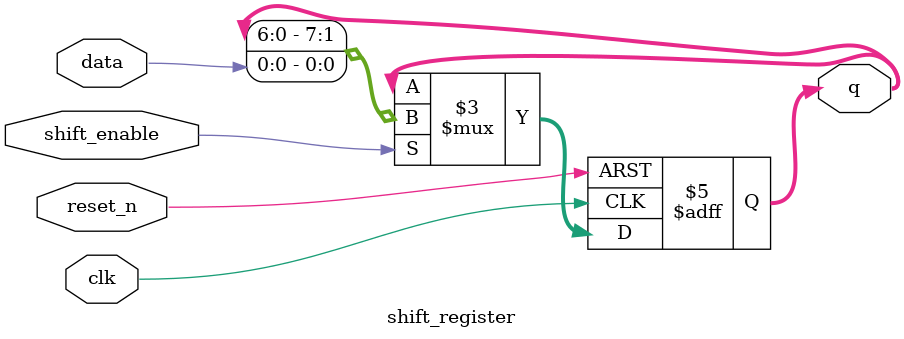
<source format=v>
module shift_register(
    input clk,
    input reset_n,
    input data,
    input shift_enable,
    output reg [7:0] q
);

always @(posedge clk, negedge reset_n) begin
    if (!reset_n) begin
        q <= 8'b0;
    end else if (shift_enable) begin
        q <= {q[6:0], data};
    end
end

endmodule


</source>
